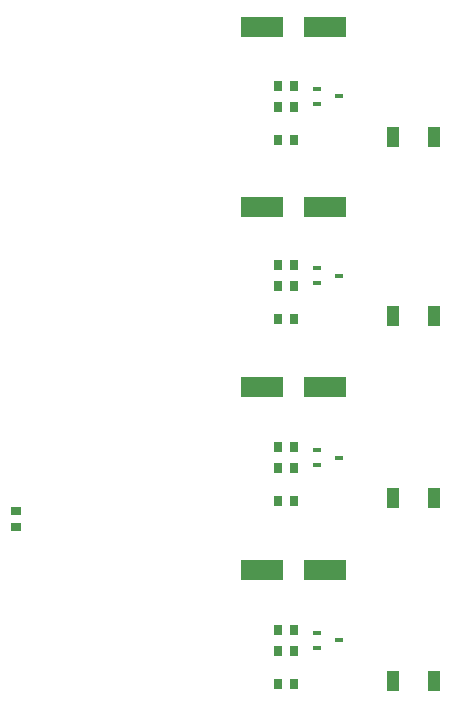
<source format=gtp>
G04*
G04 #@! TF.GenerationSoftware,Altium Limited,Altium Designer,20.2.6 (244)*
G04*
G04 Layer_Color=8421504*
%FSLAX25Y25*%
%MOIN*%
G70*
G04*
G04 #@! TF.SameCoordinates,9E550E5B-D3D8-464A-AF3F-8E1B55BAFF32*
G04*
G04*
G04 #@! TF.FilePolarity,Positive*
G04*
G01*
G75*
%ADD16R,0.03150X0.01772*%
%ADD17R,0.02756X0.03543*%
%ADD18R,0.03937X0.06890*%
%ADD19R,0.13976X0.07087*%
%ADD20R,0.03543X0.02756*%
D16*
X124201Y34559D02*
D03*
Y29441D02*
D03*
X131681Y32000D02*
D03*
X124201Y95402D02*
D03*
Y90284D02*
D03*
X131681Y92843D02*
D03*
X124201Y215902D02*
D03*
Y210784D02*
D03*
X131681Y213342D02*
D03*
X124201Y156059D02*
D03*
Y150941D02*
D03*
X131681Y153500D02*
D03*
D17*
X111284Y17500D02*
D03*
X116598D02*
D03*
X111284Y28500D02*
D03*
X116598D02*
D03*
X111284Y35500D02*
D03*
X116598D02*
D03*
X111284Y78342D02*
D03*
X116598D02*
D03*
X111284Y89342D02*
D03*
X116598D02*
D03*
X111284Y96342D02*
D03*
X116598D02*
D03*
X111284Y198843D02*
D03*
X116598D02*
D03*
X111284Y209842D02*
D03*
X116598D02*
D03*
X111284Y216843D02*
D03*
X116598D02*
D03*
X111284Y157000D02*
D03*
X116598D02*
D03*
X111284Y150000D02*
D03*
X116598D02*
D03*
X111284Y139000D02*
D03*
X116598D02*
D03*
D18*
X163331Y18500D02*
D03*
X149551D02*
D03*
X163331Y79343D02*
D03*
X149551D02*
D03*
X163331Y199843D02*
D03*
X149551D02*
D03*
X163331Y140000D02*
D03*
X149551D02*
D03*
D19*
X105811Y55500D02*
D03*
X127071D02*
D03*
X105811Y116342D02*
D03*
X127071D02*
D03*
X105811Y236343D02*
D03*
X127071D02*
D03*
X105811Y176500D02*
D03*
X127071D02*
D03*
D20*
X23941Y75157D02*
D03*
Y69842D02*
D03*
M02*

</source>
